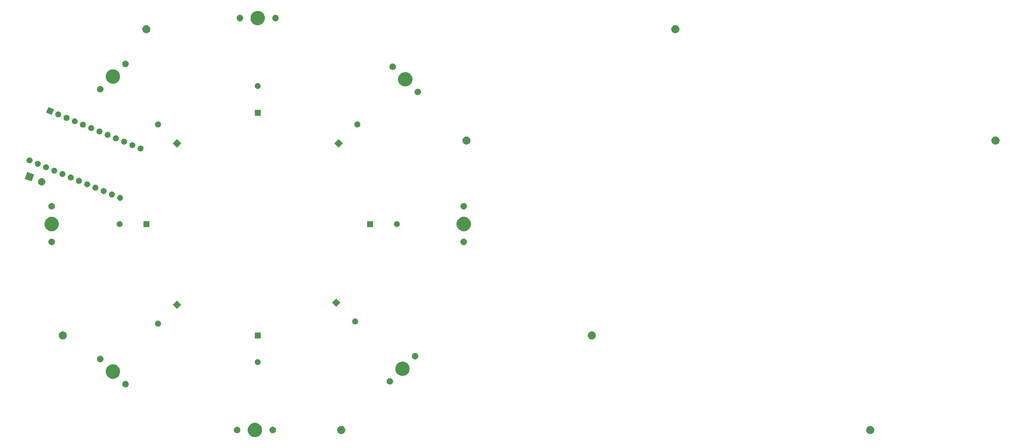
<source format=gbr>
G04 #@! TF.GenerationSoftware,KiCad,Pcbnew,(5.1.5)-3*
G04 #@! TF.CreationDate,2020-04-05T11:07:58-04:00*
G04 #@! TF.ProjectId,OctoPad,4f63746f-5061-4642-9e6b-696361645f70,rev?*
G04 #@! TF.SameCoordinates,Original*
G04 #@! TF.FileFunction,Soldermask,Top*
G04 #@! TF.FilePolarity,Negative*
%FSLAX46Y46*%
G04 Gerber Fmt 4.6, Leading zero omitted, Abs format (unit mm)*
G04 Created by KiCad (PCBNEW (5.1.5)-3) date 2020-04-05 11:07:58*
%MOMM*%
%LPD*%
G04 APERTURE LIST*
%ADD10C,0.100000*%
G04 APERTURE END LIST*
D10*
G36*
X159346474Y-171071184D02*
G01*
X159564474Y-171161483D01*
X159718623Y-171225333D01*
X160053548Y-171449123D01*
X160338377Y-171733952D01*
X160562167Y-172068877D01*
X160594562Y-172147086D01*
X160716316Y-172441026D01*
X160794900Y-172836094D01*
X160794900Y-173238906D01*
X160716316Y-173633974D01*
X160665451Y-173756772D01*
X160562167Y-174006123D01*
X160338377Y-174341048D01*
X160053548Y-174625877D01*
X159718623Y-174849667D01*
X159564474Y-174913517D01*
X159346474Y-175003816D01*
X158951406Y-175082400D01*
X158548594Y-175082400D01*
X158153526Y-175003816D01*
X157935526Y-174913517D01*
X157781377Y-174849667D01*
X157446452Y-174625877D01*
X157161623Y-174341048D01*
X156937833Y-174006123D01*
X156834549Y-173756772D01*
X156783684Y-173633974D01*
X156705100Y-173238906D01*
X156705100Y-172836094D01*
X156783684Y-172441026D01*
X156905438Y-172147086D01*
X156937833Y-172068877D01*
X157161623Y-171733952D01*
X157446452Y-171449123D01*
X157781377Y-171225333D01*
X157935526Y-171161483D01*
X158153526Y-171071184D01*
X158548594Y-170992600D01*
X158951406Y-170992600D01*
X159346474Y-171071184D01*
G37*
G36*
X334393299Y-171908616D02*
G01*
X334504484Y-171930732D01*
X334713953Y-172017497D01*
X334902470Y-172143460D01*
X335062790Y-172303780D01*
X335188753Y-172492297D01*
X335275518Y-172701766D01*
X335319750Y-172924136D01*
X335319750Y-173150864D01*
X335275518Y-173373234D01*
X335188753Y-173582703D01*
X335062790Y-173771220D01*
X334902470Y-173931540D01*
X334713953Y-174057503D01*
X334504484Y-174144268D01*
X334393299Y-174166384D01*
X334282115Y-174188500D01*
X334055385Y-174188500D01*
X333944201Y-174166384D01*
X333833016Y-174144268D01*
X333623547Y-174057503D01*
X333435030Y-173931540D01*
X333274710Y-173771220D01*
X333148747Y-173582703D01*
X333061982Y-173373234D01*
X333017750Y-173150864D01*
X333017750Y-172924136D01*
X333061982Y-172701766D01*
X333148747Y-172492297D01*
X333274710Y-172303780D01*
X333435030Y-172143460D01*
X333623547Y-172017497D01*
X333833016Y-171930732D01*
X333944201Y-171908616D01*
X334055385Y-171886500D01*
X334282115Y-171886500D01*
X334393299Y-171908616D01*
G37*
G36*
X183580799Y-171908616D02*
G01*
X183691984Y-171930732D01*
X183901453Y-172017497D01*
X184089970Y-172143460D01*
X184250290Y-172303780D01*
X184376253Y-172492297D01*
X184463018Y-172701766D01*
X184507250Y-172924136D01*
X184507250Y-173150864D01*
X184463018Y-173373234D01*
X184376253Y-173582703D01*
X184250290Y-173771220D01*
X184089970Y-173931540D01*
X183901453Y-174057503D01*
X183691984Y-174144268D01*
X183580799Y-174166384D01*
X183469615Y-174188500D01*
X183242885Y-174188500D01*
X183131701Y-174166384D01*
X183020516Y-174144268D01*
X182811047Y-174057503D01*
X182622530Y-173931540D01*
X182462210Y-173771220D01*
X182336247Y-173582703D01*
X182249482Y-173373234D01*
X182205250Y-173150864D01*
X182205250Y-172924136D01*
X182249482Y-172701766D01*
X182336247Y-172492297D01*
X182462210Y-172303780D01*
X182622530Y-172143460D01*
X182811047Y-172017497D01*
X183020516Y-171930732D01*
X183131701Y-171908616D01*
X183242885Y-171886500D01*
X183469615Y-171886500D01*
X183580799Y-171908616D01*
G37*
G36*
X153940104Y-172147085D02*
G01*
X154108626Y-172216889D01*
X154260291Y-172318228D01*
X154389272Y-172447209D01*
X154490611Y-172598874D01*
X154560415Y-172767396D01*
X154596000Y-172946297D01*
X154596000Y-173128703D01*
X154560415Y-173307604D01*
X154490611Y-173476126D01*
X154389272Y-173627791D01*
X154260291Y-173756772D01*
X154108626Y-173858111D01*
X153940104Y-173927915D01*
X153761203Y-173963500D01*
X153578797Y-173963500D01*
X153399896Y-173927915D01*
X153231374Y-173858111D01*
X153079709Y-173756772D01*
X152950728Y-173627791D01*
X152849389Y-173476126D01*
X152779585Y-173307604D01*
X152744000Y-173128703D01*
X152744000Y-172946297D01*
X152779585Y-172767396D01*
X152849389Y-172598874D01*
X152950728Y-172447209D01*
X153079709Y-172318228D01*
X153231374Y-172216889D01*
X153399896Y-172147085D01*
X153578797Y-172111500D01*
X153761203Y-172111500D01*
X153940104Y-172147085D01*
G37*
G36*
X164100104Y-172147085D02*
G01*
X164268626Y-172216889D01*
X164420291Y-172318228D01*
X164549272Y-172447209D01*
X164650611Y-172598874D01*
X164720415Y-172767396D01*
X164756000Y-172946297D01*
X164756000Y-173128703D01*
X164720415Y-173307604D01*
X164650611Y-173476126D01*
X164549272Y-173627791D01*
X164420291Y-173756772D01*
X164268626Y-173858111D01*
X164100104Y-173927915D01*
X163921203Y-173963500D01*
X163738797Y-173963500D01*
X163559896Y-173927915D01*
X163391374Y-173858111D01*
X163239709Y-173756772D01*
X163110728Y-173627791D01*
X163009389Y-173476126D01*
X162939585Y-173307604D01*
X162904000Y-173128703D01*
X162904000Y-172946297D01*
X162939585Y-172767396D01*
X163009389Y-172598874D01*
X163110728Y-172447209D01*
X163239709Y-172318228D01*
X163391374Y-172216889D01*
X163559896Y-172147085D01*
X163738797Y-172111500D01*
X163921203Y-172111500D01*
X164100104Y-172147085D01*
G37*
G36*
X122130956Y-159070437D02*
G01*
X122299478Y-159140241D01*
X122451143Y-159241580D01*
X122580124Y-159370561D01*
X122681463Y-159522226D01*
X122751267Y-159690748D01*
X122786852Y-159869649D01*
X122786852Y-160052055D01*
X122751267Y-160230956D01*
X122681463Y-160399478D01*
X122580124Y-160551143D01*
X122451143Y-160680124D01*
X122299478Y-160781463D01*
X122130956Y-160851267D01*
X121952055Y-160886852D01*
X121769649Y-160886852D01*
X121590748Y-160851267D01*
X121422226Y-160781463D01*
X121270561Y-160680124D01*
X121141580Y-160551143D01*
X121040241Y-160399478D01*
X120970437Y-160230956D01*
X120934852Y-160052055D01*
X120934852Y-159869649D01*
X120970437Y-159690748D01*
X121040241Y-159522226D01*
X121141580Y-159370561D01*
X121270561Y-159241580D01*
X121422226Y-159140241D01*
X121590748Y-159070437D01*
X121769649Y-159034852D01*
X121952055Y-159034852D01*
X122130956Y-159070437D01*
G37*
G36*
X197496752Y-158276687D02*
G01*
X197665274Y-158346491D01*
X197816939Y-158447830D01*
X197945920Y-158576811D01*
X198047259Y-158728476D01*
X198117063Y-158896998D01*
X198152648Y-159075899D01*
X198152648Y-159258305D01*
X198117063Y-159437206D01*
X198047259Y-159605728D01*
X197945920Y-159757393D01*
X197816939Y-159886374D01*
X197665274Y-159987713D01*
X197496752Y-160057517D01*
X197317851Y-160093102D01*
X197135445Y-160093102D01*
X196956544Y-160057517D01*
X196788022Y-159987713D01*
X196636357Y-159886374D01*
X196507376Y-159757393D01*
X196406037Y-159605728D01*
X196336233Y-159437206D01*
X196300648Y-159258305D01*
X196300648Y-159075899D01*
X196336233Y-158896998D01*
X196406037Y-158728476D01*
X196507376Y-158576811D01*
X196636357Y-158447830D01*
X196788022Y-158346491D01*
X196956544Y-158276687D01*
X197135445Y-158241102D01*
X197317851Y-158241102D01*
X197496752Y-158276687D01*
G37*
G36*
X118865224Y-154402434D02*
G01*
X119072510Y-154488295D01*
X119237373Y-154556583D01*
X119572298Y-154780373D01*
X119857127Y-155065202D01*
X120080917Y-155400127D01*
X120080917Y-155400128D01*
X120235066Y-155772276D01*
X120313650Y-156167344D01*
X120313650Y-156570156D01*
X120235066Y-156965224D01*
X120152988Y-157163377D01*
X120080917Y-157337373D01*
X119857127Y-157672298D01*
X119572298Y-157957127D01*
X119237373Y-158180917D01*
X119092073Y-158241102D01*
X118865224Y-158335066D01*
X118470156Y-158413650D01*
X118067344Y-158413650D01*
X117672276Y-158335066D01*
X117445427Y-158241102D01*
X117300127Y-158180917D01*
X116965202Y-157957127D01*
X116680373Y-157672298D01*
X116456583Y-157337373D01*
X116384512Y-157163377D01*
X116302434Y-156965224D01*
X116223850Y-156570156D01*
X116223850Y-156167344D01*
X116302434Y-155772276D01*
X116456583Y-155400128D01*
X116456583Y-155400127D01*
X116680373Y-155065202D01*
X116965202Y-154780373D01*
X117300127Y-154556583D01*
X117464990Y-154488295D01*
X117672276Y-154402434D01*
X118067344Y-154323850D01*
X118470156Y-154323850D01*
X118865224Y-154402434D01*
G37*
G36*
X201415224Y-153608684D02*
G01*
X201556163Y-153667063D01*
X201787373Y-153762833D01*
X202122298Y-153986623D01*
X202407127Y-154271452D01*
X202630917Y-154606377D01*
X202630917Y-154606378D01*
X202785066Y-154978526D01*
X202863650Y-155373594D01*
X202863650Y-155776406D01*
X202785066Y-156171474D01*
X202694767Y-156389474D01*
X202630917Y-156543623D01*
X202407127Y-156878548D01*
X202122298Y-157163377D01*
X201787373Y-157387167D01*
X201633224Y-157451017D01*
X201415224Y-157541316D01*
X201020156Y-157619900D01*
X200617344Y-157619900D01*
X200222276Y-157541316D01*
X200004276Y-157451017D01*
X199850127Y-157387167D01*
X199515202Y-157163377D01*
X199230373Y-156878548D01*
X199006583Y-156543623D01*
X198942733Y-156389474D01*
X198852434Y-156171474D01*
X198773850Y-155776406D01*
X198773850Y-155373594D01*
X198852434Y-154978526D01*
X199006583Y-154606378D01*
X199006583Y-154606377D01*
X199230373Y-154271452D01*
X199515202Y-153986623D01*
X199850127Y-153762833D01*
X200081337Y-153667063D01*
X200222276Y-153608684D01*
X200617344Y-153530100D01*
X201020156Y-153530100D01*
X201415224Y-153608684D01*
G37*
G36*
X159791978Y-152851703D02*
G01*
X159946850Y-152915853D01*
X160086231Y-153008985D01*
X160204765Y-153127519D01*
X160297897Y-153266900D01*
X160362047Y-153421772D01*
X160394750Y-153586184D01*
X160394750Y-153753816D01*
X160362047Y-153918228D01*
X160297897Y-154073100D01*
X160204765Y-154212481D01*
X160086231Y-154331015D01*
X159946850Y-154424147D01*
X159791978Y-154488297D01*
X159627566Y-154521000D01*
X159459934Y-154521000D01*
X159295522Y-154488297D01*
X159140650Y-154424147D01*
X159001269Y-154331015D01*
X158882735Y-154212481D01*
X158789603Y-154073100D01*
X158725453Y-153918228D01*
X158692750Y-153753816D01*
X158692750Y-153586184D01*
X158725453Y-153421772D01*
X158789603Y-153266900D01*
X158882735Y-153127519D01*
X159001269Y-153008985D01*
X159140650Y-152915853D01*
X159295522Y-152851703D01*
X159459934Y-152819000D01*
X159627566Y-152819000D01*
X159791978Y-152851703D01*
G37*
G36*
X114946752Y-151886233D02*
G01*
X115115274Y-151956037D01*
X115266939Y-152057376D01*
X115395920Y-152186357D01*
X115497259Y-152338022D01*
X115567063Y-152506544D01*
X115602648Y-152685445D01*
X115602648Y-152867851D01*
X115567063Y-153046752D01*
X115497259Y-153215274D01*
X115395920Y-153366939D01*
X115266939Y-153495920D01*
X115115274Y-153597259D01*
X114946752Y-153667063D01*
X114767851Y-153702648D01*
X114585445Y-153702648D01*
X114406544Y-153667063D01*
X114238022Y-153597259D01*
X114086357Y-153495920D01*
X113957376Y-153366939D01*
X113856037Y-153215274D01*
X113786233Y-153046752D01*
X113750648Y-152867851D01*
X113750648Y-152685445D01*
X113786233Y-152506544D01*
X113856037Y-152338022D01*
X113957376Y-152186357D01*
X114086357Y-152057376D01*
X114238022Y-151956037D01*
X114406544Y-151886233D01*
X114585445Y-151850648D01*
X114767851Y-151850648D01*
X114946752Y-151886233D01*
G37*
G36*
X204680956Y-151092483D02*
G01*
X204849478Y-151162287D01*
X205001143Y-151263626D01*
X205130124Y-151392607D01*
X205231463Y-151544272D01*
X205301267Y-151712794D01*
X205336852Y-151891695D01*
X205336852Y-152074101D01*
X205301267Y-152253002D01*
X205231463Y-152421524D01*
X205130124Y-152573189D01*
X205001143Y-152702170D01*
X204849478Y-152803509D01*
X204680956Y-152873313D01*
X204502055Y-152908898D01*
X204319649Y-152908898D01*
X204140748Y-152873313D01*
X203972226Y-152803509D01*
X203820561Y-152702170D01*
X203691580Y-152573189D01*
X203590241Y-152421524D01*
X203520437Y-152253002D01*
X203484852Y-152074101D01*
X203484852Y-151891695D01*
X203520437Y-151712794D01*
X203590241Y-151544272D01*
X203691580Y-151392607D01*
X203820561Y-151263626D01*
X203972226Y-151162287D01*
X204140748Y-151092483D01*
X204319649Y-151056898D01*
X204502055Y-151056898D01*
X204680956Y-151092483D01*
G37*
G36*
X104205799Y-144921116D02*
G01*
X104316984Y-144943232D01*
X104526453Y-145029997D01*
X104714970Y-145155960D01*
X104875290Y-145316280D01*
X105001253Y-145504797D01*
X105088018Y-145714266D01*
X105132250Y-145936636D01*
X105132250Y-146163364D01*
X105088018Y-146385734D01*
X105001253Y-146595203D01*
X104875290Y-146783720D01*
X104714970Y-146944040D01*
X104526453Y-147070003D01*
X104316984Y-147156768D01*
X104205799Y-147178884D01*
X104094615Y-147201000D01*
X103867885Y-147201000D01*
X103756701Y-147178884D01*
X103645516Y-147156768D01*
X103436047Y-147070003D01*
X103247530Y-146944040D01*
X103087210Y-146783720D01*
X102961247Y-146595203D01*
X102874482Y-146385734D01*
X102830250Y-146163364D01*
X102830250Y-145936636D01*
X102874482Y-145714266D01*
X102961247Y-145504797D01*
X103087210Y-145316280D01*
X103247530Y-145155960D01*
X103436047Y-145029997D01*
X103645516Y-144943232D01*
X103756701Y-144921116D01*
X103867885Y-144899000D01*
X104094615Y-144899000D01*
X104205799Y-144921116D01*
G37*
G36*
X255018299Y-144921116D02*
G01*
X255129484Y-144943232D01*
X255338953Y-145029997D01*
X255527470Y-145155960D01*
X255687790Y-145316280D01*
X255813753Y-145504797D01*
X255900518Y-145714266D01*
X255944750Y-145936636D01*
X255944750Y-146163364D01*
X255900518Y-146385734D01*
X255813753Y-146595203D01*
X255687790Y-146783720D01*
X255527470Y-146944040D01*
X255338953Y-147070003D01*
X255129484Y-147156768D01*
X255018299Y-147178884D01*
X254907115Y-147201000D01*
X254680385Y-147201000D01*
X254569201Y-147178884D01*
X254458016Y-147156768D01*
X254248547Y-147070003D01*
X254060030Y-146944040D01*
X253899710Y-146783720D01*
X253773747Y-146595203D01*
X253686982Y-146385734D01*
X253642750Y-146163364D01*
X253642750Y-145936636D01*
X253686982Y-145714266D01*
X253773747Y-145504797D01*
X253899710Y-145316280D01*
X254060030Y-145155960D01*
X254248547Y-145029997D01*
X254458016Y-144943232D01*
X254569201Y-144921116D01*
X254680385Y-144899000D01*
X254907115Y-144899000D01*
X255018299Y-144921116D01*
G37*
G36*
X160394750Y-146901000D02*
G01*
X158692750Y-146901000D01*
X158692750Y-145199000D01*
X160394750Y-145199000D01*
X160394750Y-146901000D01*
G37*
G36*
X131385074Y-141888607D02*
G01*
X131539946Y-141952757D01*
X131679327Y-142045889D01*
X131797861Y-142164423D01*
X131890993Y-142303804D01*
X131955143Y-142458676D01*
X131987846Y-142623088D01*
X131987846Y-142790720D01*
X131955143Y-142955132D01*
X131890993Y-143110004D01*
X131797861Y-143249385D01*
X131679327Y-143367919D01*
X131539946Y-143461051D01*
X131385074Y-143525201D01*
X131220662Y-143557904D01*
X131053030Y-143557904D01*
X130888618Y-143525201D01*
X130733746Y-143461051D01*
X130594365Y-143367919D01*
X130475831Y-143249385D01*
X130382699Y-143110004D01*
X130318549Y-142955132D01*
X130285846Y-142790720D01*
X130285846Y-142623088D01*
X130318549Y-142458676D01*
X130382699Y-142303804D01*
X130475831Y-142164423D01*
X130594365Y-142045889D01*
X130733746Y-141952757D01*
X130888618Y-141888607D01*
X131053030Y-141855904D01*
X131220662Y-141855904D01*
X131385074Y-141888607D01*
G37*
G36*
X187573228Y-141262953D02*
G01*
X187728100Y-141327103D01*
X187867481Y-141420235D01*
X187986015Y-141538769D01*
X188079147Y-141678150D01*
X188143297Y-141833022D01*
X188176000Y-141997434D01*
X188176000Y-142165066D01*
X188143297Y-142329478D01*
X188079147Y-142484350D01*
X187986015Y-142623731D01*
X187867481Y-142742265D01*
X187728100Y-142835397D01*
X187573228Y-142899547D01*
X187408816Y-142932250D01*
X187241184Y-142932250D01*
X187076772Y-142899547D01*
X186921900Y-142835397D01*
X186782519Y-142742265D01*
X186663985Y-142623731D01*
X186570853Y-142484350D01*
X186506703Y-142329478D01*
X186474000Y-142165066D01*
X186474000Y-141997434D01*
X186506703Y-141833022D01*
X186570853Y-141678150D01*
X186663985Y-141538769D01*
X186782519Y-141420235D01*
X186921900Y-141327103D01*
X187076772Y-141262953D01*
X187241184Y-141230250D01*
X187408816Y-141230250D01*
X187573228Y-141262953D01*
G37*
G36*
X137728496Y-137318750D02*
G01*
X136525000Y-138522246D01*
X135321504Y-137318750D01*
X136525000Y-136115254D01*
X137728496Y-137318750D01*
G37*
G36*
X183140342Y-136693096D02*
G01*
X181936846Y-137896592D01*
X180733350Y-136693096D01*
X181936846Y-135489600D01*
X183140342Y-136693096D01*
G37*
G36*
X101076354Y-118489585D02*
G01*
X101244876Y-118559389D01*
X101396541Y-118660728D01*
X101525522Y-118789709D01*
X101626861Y-118941374D01*
X101696665Y-119109896D01*
X101732250Y-119288797D01*
X101732250Y-119471203D01*
X101696665Y-119650104D01*
X101626861Y-119818626D01*
X101525522Y-119970291D01*
X101396541Y-120099272D01*
X101244876Y-120200611D01*
X101076354Y-120270415D01*
X100897453Y-120306000D01*
X100715047Y-120306000D01*
X100536146Y-120270415D01*
X100367624Y-120200611D01*
X100215959Y-120099272D01*
X100086978Y-119970291D01*
X99985639Y-119818626D01*
X99915835Y-119650104D01*
X99880250Y-119471203D01*
X99880250Y-119288797D01*
X99915835Y-119109896D01*
X99985639Y-118941374D01*
X100086978Y-118789709D01*
X100215959Y-118660728D01*
X100367624Y-118559389D01*
X100536146Y-118489585D01*
X100715047Y-118454000D01*
X100897453Y-118454000D01*
X101076354Y-118489585D01*
G37*
G36*
X218551354Y-118489585D02*
G01*
X218719876Y-118559389D01*
X218871541Y-118660728D01*
X219000522Y-118789709D01*
X219101861Y-118941374D01*
X219171665Y-119109896D01*
X219207250Y-119288797D01*
X219207250Y-119471203D01*
X219171665Y-119650104D01*
X219101861Y-119818626D01*
X219000522Y-119970291D01*
X218871541Y-120099272D01*
X218719876Y-120200611D01*
X218551354Y-120270415D01*
X218372453Y-120306000D01*
X218190047Y-120306000D01*
X218011146Y-120270415D01*
X217842624Y-120200611D01*
X217690959Y-120099272D01*
X217561978Y-119970291D01*
X217460639Y-119818626D01*
X217390835Y-119650104D01*
X217355250Y-119471203D01*
X217355250Y-119288797D01*
X217390835Y-119109896D01*
X217460639Y-118941374D01*
X217561978Y-118789709D01*
X217690959Y-118660728D01*
X217842624Y-118559389D01*
X218011146Y-118489585D01*
X218190047Y-118454000D01*
X218372453Y-118454000D01*
X218551354Y-118489585D01*
G37*
G36*
X218877724Y-112333684D02*
G01*
X219095724Y-112423983D01*
X219249873Y-112487833D01*
X219584798Y-112711623D01*
X219869627Y-112996452D01*
X220093417Y-113331377D01*
X220093417Y-113331378D01*
X220247566Y-113703526D01*
X220326150Y-114098594D01*
X220326150Y-114501406D01*
X220247566Y-114896474D01*
X220182255Y-115054148D01*
X220093417Y-115268623D01*
X219869627Y-115603548D01*
X219584798Y-115888377D01*
X219249873Y-116112167D01*
X219095724Y-116176017D01*
X218877724Y-116266316D01*
X218482656Y-116344900D01*
X218079844Y-116344900D01*
X217684776Y-116266316D01*
X217466776Y-116176017D01*
X217312627Y-116112167D01*
X216977702Y-115888377D01*
X216692873Y-115603548D01*
X216469083Y-115268623D01*
X216380245Y-115054148D01*
X216314934Y-114896474D01*
X216236350Y-114501406D01*
X216236350Y-114098594D01*
X216314934Y-113703526D01*
X216469083Y-113331378D01*
X216469083Y-113331377D01*
X216692873Y-112996452D01*
X216977702Y-112711623D01*
X217312627Y-112487833D01*
X217466776Y-112423983D01*
X217684776Y-112333684D01*
X218079844Y-112255100D01*
X218482656Y-112255100D01*
X218877724Y-112333684D01*
G37*
G36*
X101402724Y-112333684D02*
G01*
X101620724Y-112423983D01*
X101774873Y-112487833D01*
X102109798Y-112711623D01*
X102394627Y-112996452D01*
X102618417Y-113331377D01*
X102618417Y-113331378D01*
X102772566Y-113703526D01*
X102851150Y-114098594D01*
X102851150Y-114501406D01*
X102772566Y-114896474D01*
X102707255Y-115054148D01*
X102618417Y-115268623D01*
X102394627Y-115603548D01*
X102109798Y-115888377D01*
X101774873Y-116112167D01*
X101620724Y-116176017D01*
X101402724Y-116266316D01*
X101007656Y-116344900D01*
X100604844Y-116344900D01*
X100209776Y-116266316D01*
X99991776Y-116176017D01*
X99837627Y-116112167D01*
X99502702Y-115888377D01*
X99217873Y-115603548D01*
X98994083Y-115268623D01*
X98905245Y-115054148D01*
X98839934Y-114896474D01*
X98761350Y-114501406D01*
X98761350Y-114098594D01*
X98839934Y-113703526D01*
X98994083Y-113331378D01*
X98994083Y-113331377D01*
X99217873Y-112996452D01*
X99502702Y-112711623D01*
X99837627Y-112487833D01*
X99991776Y-112423983D01*
X100209776Y-112333684D01*
X100604844Y-112255100D01*
X101007656Y-112255100D01*
X101402724Y-112333684D01*
G37*
G36*
X199479478Y-113481703D02*
G01*
X199634350Y-113545853D01*
X199773731Y-113638985D01*
X199892265Y-113757519D01*
X199985397Y-113896900D01*
X200049547Y-114051772D01*
X200082250Y-114216184D01*
X200082250Y-114383816D01*
X200049547Y-114548228D01*
X199985397Y-114703100D01*
X199892265Y-114842481D01*
X199773731Y-114961015D01*
X199634350Y-115054147D01*
X199479478Y-115118297D01*
X199315066Y-115151000D01*
X199147434Y-115151000D01*
X198983022Y-115118297D01*
X198828150Y-115054147D01*
X198688769Y-114961015D01*
X198570235Y-114842481D01*
X198477103Y-114703100D01*
X198412953Y-114548228D01*
X198380250Y-114383816D01*
X198380250Y-114216184D01*
X198412953Y-114051772D01*
X198477103Y-113896900D01*
X198570235Y-113757519D01*
X198688769Y-113638985D01*
X198828150Y-113545853D01*
X198983022Y-113481703D01*
X199147434Y-113449000D01*
X199315066Y-113449000D01*
X199479478Y-113481703D01*
G37*
G36*
X192462250Y-115151000D02*
G01*
X190760250Y-115151000D01*
X190760250Y-113449000D01*
X192462250Y-113449000D01*
X192462250Y-115151000D01*
G37*
G36*
X120421978Y-113481703D02*
G01*
X120576850Y-113545853D01*
X120716231Y-113638985D01*
X120834765Y-113757519D01*
X120927897Y-113896900D01*
X120992047Y-114051772D01*
X121024750Y-114216184D01*
X121024750Y-114383816D01*
X120992047Y-114548228D01*
X120927897Y-114703100D01*
X120834765Y-114842481D01*
X120716231Y-114961015D01*
X120576850Y-115054147D01*
X120421978Y-115118297D01*
X120257566Y-115151000D01*
X120089934Y-115151000D01*
X119925522Y-115118297D01*
X119770650Y-115054147D01*
X119631269Y-114961015D01*
X119512735Y-114842481D01*
X119419603Y-114703100D01*
X119355453Y-114548228D01*
X119322750Y-114383816D01*
X119322750Y-114216184D01*
X119355453Y-114051772D01*
X119419603Y-113896900D01*
X119512735Y-113757519D01*
X119631269Y-113638985D01*
X119770650Y-113545853D01*
X119925522Y-113481703D01*
X120089934Y-113449000D01*
X120257566Y-113449000D01*
X120421978Y-113481703D01*
G37*
G36*
X128644750Y-115151000D02*
G01*
X126942750Y-115151000D01*
X126942750Y-113449000D01*
X128644750Y-113449000D01*
X128644750Y-115151000D01*
G37*
G36*
X218551354Y-108329585D02*
G01*
X218719876Y-108399389D01*
X218871541Y-108500728D01*
X219000522Y-108629709D01*
X219101861Y-108781374D01*
X219171665Y-108949896D01*
X219207250Y-109128797D01*
X219207250Y-109311203D01*
X219171665Y-109490104D01*
X219101861Y-109658626D01*
X219000522Y-109810291D01*
X218871541Y-109939272D01*
X218719876Y-110040611D01*
X218551354Y-110110415D01*
X218372453Y-110146000D01*
X218190047Y-110146000D01*
X218011146Y-110110415D01*
X217842624Y-110040611D01*
X217690959Y-109939272D01*
X217561978Y-109810291D01*
X217460639Y-109658626D01*
X217390835Y-109490104D01*
X217355250Y-109311203D01*
X217355250Y-109128797D01*
X217390835Y-108949896D01*
X217460639Y-108781374D01*
X217561978Y-108629709D01*
X217690959Y-108500728D01*
X217842624Y-108399389D01*
X218011146Y-108329585D01*
X218190047Y-108294000D01*
X218372453Y-108294000D01*
X218551354Y-108329585D01*
G37*
G36*
X101076354Y-108329585D02*
G01*
X101244876Y-108399389D01*
X101396541Y-108500728D01*
X101525522Y-108629709D01*
X101626861Y-108781374D01*
X101696665Y-108949896D01*
X101732250Y-109128797D01*
X101732250Y-109311203D01*
X101696665Y-109490104D01*
X101626861Y-109658626D01*
X101525522Y-109810291D01*
X101396541Y-109939272D01*
X101244876Y-110040611D01*
X101076354Y-110110415D01*
X100897453Y-110146000D01*
X100715047Y-110146000D01*
X100536146Y-110110415D01*
X100367624Y-110040611D01*
X100215959Y-109939272D01*
X100086978Y-109810291D01*
X99985639Y-109658626D01*
X99915835Y-109490104D01*
X99880250Y-109311203D01*
X99880250Y-109128797D01*
X99915835Y-108949896D01*
X99985639Y-108781374D01*
X100086978Y-108629709D01*
X100215959Y-108500728D01*
X100367624Y-108399389D01*
X100536146Y-108329585D01*
X100715047Y-108294000D01*
X100897453Y-108294000D01*
X101076354Y-108329585D01*
G37*
G36*
X120570027Y-106024003D02*
G01*
X120724899Y-106088153D01*
X120864280Y-106181285D01*
X120982814Y-106299819D01*
X121075946Y-106439200D01*
X121140096Y-106594072D01*
X121172799Y-106758484D01*
X121172799Y-106926116D01*
X121140096Y-107090528D01*
X121075946Y-107245400D01*
X120982814Y-107384781D01*
X120864280Y-107503315D01*
X120724899Y-107596447D01*
X120570027Y-107660597D01*
X120405615Y-107693300D01*
X120237983Y-107693300D01*
X120073571Y-107660597D01*
X119918699Y-107596447D01*
X119779318Y-107503315D01*
X119660784Y-107384781D01*
X119567652Y-107245400D01*
X119503502Y-107090528D01*
X119470799Y-106926116D01*
X119470799Y-106758484D01*
X119503502Y-106594072D01*
X119567652Y-106439200D01*
X119660784Y-106299819D01*
X119779318Y-106181285D01*
X119918699Y-106088153D01*
X120073571Y-106024003D01*
X120237983Y-105991300D01*
X120405615Y-105991300D01*
X120570027Y-106024003D01*
G37*
G36*
X118223373Y-105051987D02*
G01*
X118378245Y-105116137D01*
X118517626Y-105209269D01*
X118636160Y-105327803D01*
X118729292Y-105467184D01*
X118793442Y-105622056D01*
X118826145Y-105786468D01*
X118826145Y-105954100D01*
X118793442Y-106118512D01*
X118729292Y-106273384D01*
X118636160Y-106412765D01*
X118517626Y-106531299D01*
X118378245Y-106624431D01*
X118223373Y-106688581D01*
X118058961Y-106721284D01*
X117891329Y-106721284D01*
X117726917Y-106688581D01*
X117572045Y-106624431D01*
X117432664Y-106531299D01*
X117314130Y-106412765D01*
X117220998Y-106273384D01*
X117156848Y-106118512D01*
X117124145Y-105954100D01*
X117124145Y-105786468D01*
X117156848Y-105622056D01*
X117220998Y-105467184D01*
X117314130Y-105327803D01*
X117432664Y-105209269D01*
X117572045Y-105116137D01*
X117726917Y-105051987D01*
X117891329Y-105019284D01*
X118058961Y-105019284D01*
X118223373Y-105051987D01*
G37*
G36*
X115876719Y-104079971D02*
G01*
X116031591Y-104144121D01*
X116170972Y-104237253D01*
X116289506Y-104355787D01*
X116382638Y-104495168D01*
X116446788Y-104650040D01*
X116479491Y-104814452D01*
X116479491Y-104982084D01*
X116446788Y-105146496D01*
X116382638Y-105301368D01*
X116289506Y-105440749D01*
X116170972Y-105559283D01*
X116031591Y-105652415D01*
X115876719Y-105716565D01*
X115712307Y-105749268D01*
X115544675Y-105749268D01*
X115380263Y-105716565D01*
X115225391Y-105652415D01*
X115086010Y-105559283D01*
X114967476Y-105440749D01*
X114874344Y-105301368D01*
X114810194Y-105146496D01*
X114777491Y-104982084D01*
X114777491Y-104814452D01*
X114810194Y-104650040D01*
X114874344Y-104495168D01*
X114967476Y-104355787D01*
X115086010Y-104237253D01*
X115225391Y-104144121D01*
X115380263Y-104079971D01*
X115544675Y-104047268D01*
X115712307Y-104047268D01*
X115876719Y-104079971D01*
G37*
G36*
X113530065Y-103107955D02*
G01*
X113684937Y-103172105D01*
X113824318Y-103265237D01*
X113942852Y-103383771D01*
X114035984Y-103523152D01*
X114100134Y-103678024D01*
X114132837Y-103842436D01*
X114132837Y-104010068D01*
X114100134Y-104174480D01*
X114035984Y-104329352D01*
X113942852Y-104468733D01*
X113824318Y-104587267D01*
X113684937Y-104680399D01*
X113530065Y-104744549D01*
X113365653Y-104777252D01*
X113198021Y-104777252D01*
X113033609Y-104744549D01*
X112878737Y-104680399D01*
X112739356Y-104587267D01*
X112620822Y-104468733D01*
X112527690Y-104329352D01*
X112463540Y-104174480D01*
X112430837Y-104010068D01*
X112430837Y-103842436D01*
X112463540Y-103678024D01*
X112527690Y-103523152D01*
X112620822Y-103383771D01*
X112739356Y-103265237D01*
X112878737Y-103172105D01*
X113033609Y-103107955D01*
X113198021Y-103075252D01*
X113365653Y-103075252D01*
X113530065Y-103107955D01*
G37*
G36*
X111183411Y-102135939D02*
G01*
X111338283Y-102200089D01*
X111477664Y-102293221D01*
X111596198Y-102411755D01*
X111689330Y-102551136D01*
X111753480Y-102706008D01*
X111786183Y-102870420D01*
X111786183Y-103038052D01*
X111753480Y-103202464D01*
X111689330Y-103357336D01*
X111596198Y-103496717D01*
X111477664Y-103615251D01*
X111338283Y-103708383D01*
X111183411Y-103772533D01*
X111018999Y-103805236D01*
X110851367Y-103805236D01*
X110686955Y-103772533D01*
X110532083Y-103708383D01*
X110392702Y-103615251D01*
X110274168Y-103496717D01*
X110181036Y-103357336D01*
X110116886Y-103202464D01*
X110084183Y-103038052D01*
X110084183Y-102870420D01*
X110116886Y-102706008D01*
X110181036Y-102551136D01*
X110274168Y-102411755D01*
X110392702Y-102293221D01*
X110532083Y-102200089D01*
X110686955Y-102135939D01*
X110851367Y-102103236D01*
X111018999Y-102103236D01*
X111183411Y-102135939D01*
G37*
G36*
X98282647Y-101254153D02*
G01*
X98444524Y-101321205D01*
X98473825Y-101333342D01*
X98645879Y-101448305D01*
X98792200Y-101594626D01*
X98905607Y-101764351D01*
X98907164Y-101766682D01*
X98986352Y-101957858D01*
X99026721Y-102160808D01*
X99026721Y-102367740D01*
X98986352Y-102570690D01*
X98907164Y-102761866D01*
X98907163Y-102761868D01*
X98792200Y-102933922D01*
X98645879Y-103080243D01*
X98473825Y-103195206D01*
X98473824Y-103195207D01*
X98473823Y-103195207D01*
X98282647Y-103274395D01*
X98079697Y-103314764D01*
X97872765Y-103314764D01*
X97669815Y-103274395D01*
X97478639Y-103195207D01*
X97478638Y-103195207D01*
X97478637Y-103195206D01*
X97306583Y-103080243D01*
X97160262Y-102933922D01*
X97045299Y-102761868D01*
X97045298Y-102761866D01*
X96966110Y-102570690D01*
X96925741Y-102367740D01*
X96925741Y-102160808D01*
X96966110Y-101957858D01*
X97045298Y-101766682D01*
X97046856Y-101764351D01*
X97160262Y-101594626D01*
X97306583Y-101448305D01*
X97478637Y-101333342D01*
X97507938Y-101321205D01*
X97669815Y-101254153D01*
X97872765Y-101213784D01*
X98079697Y-101213784D01*
X98282647Y-101254153D01*
G37*
G36*
X108836757Y-101163923D02*
G01*
X108991629Y-101228073D01*
X109131010Y-101321205D01*
X109249544Y-101439739D01*
X109342676Y-101579120D01*
X109406826Y-101733992D01*
X109439529Y-101898404D01*
X109439529Y-102066036D01*
X109406826Y-102230448D01*
X109342676Y-102385320D01*
X109249544Y-102524701D01*
X109131010Y-102643235D01*
X108991629Y-102736367D01*
X108836757Y-102800517D01*
X108672345Y-102833220D01*
X108504713Y-102833220D01*
X108340301Y-102800517D01*
X108185429Y-102736367D01*
X108046048Y-102643235D01*
X107927514Y-102524701D01*
X107834382Y-102385320D01*
X107770232Y-102230448D01*
X107737529Y-102066036D01*
X107737529Y-101898404D01*
X107770232Y-101733992D01*
X107834382Y-101579120D01*
X107927514Y-101439739D01*
X108046048Y-101321205D01*
X108185429Y-101228073D01*
X108340301Y-101163923D01*
X108504713Y-101131220D01*
X108672345Y-101131220D01*
X108836757Y-101163923D01*
G37*
G36*
X95828781Y-100237729D02*
G01*
X95024771Y-102178781D01*
X93083719Y-101374771D01*
X93887729Y-99433719D01*
X95828781Y-100237729D01*
G37*
G36*
X106490103Y-100191907D02*
G01*
X106644975Y-100256057D01*
X106784356Y-100349189D01*
X106902890Y-100467723D01*
X106996022Y-100607104D01*
X107060172Y-100761976D01*
X107092875Y-100926388D01*
X107092875Y-101094020D01*
X107060172Y-101258432D01*
X106996022Y-101413304D01*
X106902890Y-101552685D01*
X106784356Y-101671219D01*
X106644975Y-101764351D01*
X106490103Y-101828501D01*
X106325691Y-101861204D01*
X106158059Y-101861204D01*
X105993647Y-101828501D01*
X105838775Y-101764351D01*
X105699394Y-101671219D01*
X105580860Y-101552685D01*
X105487728Y-101413304D01*
X105423578Y-101258432D01*
X105390875Y-101094020D01*
X105390875Y-100926388D01*
X105423578Y-100761976D01*
X105487728Y-100607104D01*
X105580860Y-100467723D01*
X105699394Y-100349189D01*
X105838775Y-100256057D01*
X105993647Y-100191907D01*
X106158059Y-100159204D01*
X106325691Y-100159204D01*
X106490103Y-100191907D01*
G37*
G36*
X104143449Y-99219891D02*
G01*
X104298321Y-99284041D01*
X104437702Y-99377173D01*
X104556236Y-99495707D01*
X104649368Y-99635088D01*
X104713518Y-99789960D01*
X104746221Y-99954372D01*
X104746221Y-100122004D01*
X104713518Y-100286416D01*
X104649368Y-100441288D01*
X104556236Y-100580669D01*
X104437702Y-100699203D01*
X104298321Y-100792335D01*
X104143449Y-100856485D01*
X103979037Y-100889188D01*
X103811405Y-100889188D01*
X103646993Y-100856485D01*
X103492121Y-100792335D01*
X103352740Y-100699203D01*
X103234206Y-100580669D01*
X103141074Y-100441288D01*
X103076924Y-100286416D01*
X103044221Y-100122004D01*
X103044221Y-99954372D01*
X103076924Y-99789960D01*
X103141074Y-99635088D01*
X103234206Y-99495707D01*
X103352740Y-99377173D01*
X103492121Y-99284041D01*
X103646993Y-99219891D01*
X103811405Y-99187188D01*
X103979037Y-99187188D01*
X104143449Y-99219891D01*
G37*
G36*
X101796795Y-98247875D02*
G01*
X101951667Y-98312025D01*
X102091048Y-98405157D01*
X102209582Y-98523691D01*
X102302714Y-98663072D01*
X102366864Y-98817944D01*
X102399567Y-98982356D01*
X102399567Y-99149988D01*
X102366864Y-99314400D01*
X102302714Y-99469272D01*
X102209582Y-99608653D01*
X102091048Y-99727187D01*
X101951667Y-99820319D01*
X101796795Y-99884469D01*
X101632383Y-99917172D01*
X101464751Y-99917172D01*
X101300339Y-99884469D01*
X101145467Y-99820319D01*
X101006086Y-99727187D01*
X100887552Y-99608653D01*
X100794420Y-99469272D01*
X100730270Y-99314400D01*
X100697567Y-99149988D01*
X100697567Y-98982356D01*
X100730270Y-98817944D01*
X100794420Y-98663072D01*
X100887552Y-98523691D01*
X101006086Y-98405157D01*
X101145467Y-98312025D01*
X101300339Y-98247875D01*
X101464751Y-98215172D01*
X101632383Y-98215172D01*
X101796795Y-98247875D01*
G37*
G36*
X99450141Y-97275859D02*
G01*
X99605013Y-97340009D01*
X99744394Y-97433141D01*
X99862928Y-97551675D01*
X99956060Y-97691056D01*
X100020210Y-97845928D01*
X100052913Y-98010340D01*
X100052913Y-98177972D01*
X100020210Y-98342384D01*
X99956060Y-98497256D01*
X99862928Y-98636637D01*
X99744394Y-98755171D01*
X99605013Y-98848303D01*
X99450141Y-98912453D01*
X99285729Y-98945156D01*
X99118097Y-98945156D01*
X98953685Y-98912453D01*
X98798813Y-98848303D01*
X98659432Y-98755171D01*
X98540898Y-98636637D01*
X98447766Y-98497256D01*
X98383616Y-98342384D01*
X98350913Y-98177972D01*
X98350913Y-98010340D01*
X98383616Y-97845928D01*
X98447766Y-97691056D01*
X98540898Y-97551675D01*
X98659432Y-97433141D01*
X98798813Y-97340009D01*
X98953685Y-97275859D01*
X99118097Y-97243156D01*
X99285729Y-97243156D01*
X99450141Y-97275859D01*
G37*
G36*
X97103487Y-96303843D02*
G01*
X97258359Y-96367993D01*
X97397740Y-96461125D01*
X97516274Y-96579659D01*
X97609406Y-96719040D01*
X97673556Y-96873912D01*
X97706259Y-97038324D01*
X97706259Y-97205956D01*
X97673556Y-97370368D01*
X97609406Y-97525240D01*
X97516274Y-97664621D01*
X97397740Y-97783155D01*
X97258359Y-97876287D01*
X97103487Y-97940437D01*
X96939075Y-97973140D01*
X96771443Y-97973140D01*
X96607031Y-97940437D01*
X96452159Y-97876287D01*
X96312778Y-97783155D01*
X96194244Y-97664621D01*
X96101112Y-97525240D01*
X96036962Y-97370368D01*
X96004259Y-97205956D01*
X96004259Y-97038324D01*
X96036962Y-96873912D01*
X96101112Y-96719040D01*
X96194244Y-96579659D01*
X96312778Y-96461125D01*
X96452159Y-96367993D01*
X96607031Y-96303843D01*
X96771443Y-96271140D01*
X96939075Y-96271140D01*
X97103487Y-96303843D01*
G37*
G36*
X94756833Y-95331827D02*
G01*
X94911705Y-95395977D01*
X95051086Y-95489109D01*
X95169620Y-95607643D01*
X95262752Y-95747024D01*
X95326902Y-95901896D01*
X95359605Y-96066308D01*
X95359605Y-96233940D01*
X95326902Y-96398352D01*
X95262752Y-96553224D01*
X95169620Y-96692605D01*
X95051086Y-96811139D01*
X94911705Y-96904271D01*
X94756833Y-96968421D01*
X94592421Y-97001124D01*
X94424789Y-97001124D01*
X94260377Y-96968421D01*
X94105505Y-96904271D01*
X93966124Y-96811139D01*
X93847590Y-96692605D01*
X93754458Y-96553224D01*
X93690308Y-96398352D01*
X93657605Y-96233940D01*
X93657605Y-96066308D01*
X93690308Y-95901896D01*
X93754458Y-95747024D01*
X93847590Y-95607643D01*
X93966124Y-95489109D01*
X94105505Y-95395977D01*
X94260377Y-95331827D01*
X94424789Y-95299124D01*
X94592421Y-95299124D01*
X94756833Y-95331827D01*
G37*
G36*
X126402123Y-91944079D02*
G01*
X126556995Y-92008229D01*
X126696376Y-92101361D01*
X126814910Y-92219895D01*
X126908042Y-92359276D01*
X126972192Y-92514148D01*
X127004895Y-92678560D01*
X127004895Y-92846192D01*
X126972192Y-93010604D01*
X126908042Y-93165476D01*
X126814910Y-93304857D01*
X126696376Y-93423391D01*
X126556995Y-93516523D01*
X126402123Y-93580673D01*
X126237711Y-93613376D01*
X126070079Y-93613376D01*
X125905667Y-93580673D01*
X125750795Y-93516523D01*
X125611414Y-93423391D01*
X125492880Y-93304857D01*
X125399748Y-93165476D01*
X125335598Y-93010604D01*
X125302895Y-92846192D01*
X125302895Y-92678560D01*
X125335598Y-92514148D01*
X125399748Y-92359276D01*
X125492880Y-92219895D01*
X125611414Y-92101361D01*
X125750795Y-92008229D01*
X125905667Y-91944079D01*
X126070079Y-91911376D01*
X126237711Y-91911376D01*
X126402123Y-91944079D01*
G37*
G36*
X124055469Y-90972063D02*
G01*
X124210341Y-91036213D01*
X124349722Y-91129345D01*
X124468256Y-91247879D01*
X124561388Y-91387260D01*
X124625538Y-91542132D01*
X124658241Y-91706544D01*
X124658241Y-91874176D01*
X124625538Y-92038588D01*
X124561388Y-92193460D01*
X124468256Y-92332841D01*
X124349722Y-92451375D01*
X124210341Y-92544507D01*
X124055469Y-92608657D01*
X123891057Y-92641360D01*
X123723425Y-92641360D01*
X123559013Y-92608657D01*
X123404141Y-92544507D01*
X123264760Y-92451375D01*
X123146226Y-92332841D01*
X123053094Y-92193460D01*
X122988944Y-92038588D01*
X122956241Y-91874176D01*
X122956241Y-91706544D01*
X122988944Y-91542132D01*
X123053094Y-91387260D01*
X123146226Y-91247879D01*
X123264760Y-91129345D01*
X123404141Y-91036213D01*
X123559013Y-90972063D01*
X123723425Y-90939360D01*
X123891057Y-90939360D01*
X124055469Y-90972063D01*
G37*
G36*
X183765996Y-91281250D02*
G01*
X182562500Y-92484746D01*
X181359004Y-91281250D01*
X182562500Y-90077754D01*
X183765996Y-91281250D01*
G37*
G36*
X137728496Y-91281250D02*
G01*
X136525000Y-92484746D01*
X135321504Y-91281250D01*
X136525000Y-90077754D01*
X137728496Y-91281250D01*
G37*
G36*
X121708815Y-90000047D02*
G01*
X121863687Y-90064197D01*
X122003068Y-90157329D01*
X122121602Y-90275863D01*
X122214734Y-90415244D01*
X122278884Y-90570116D01*
X122311587Y-90734528D01*
X122311587Y-90902160D01*
X122278884Y-91066572D01*
X122214734Y-91221444D01*
X122121602Y-91360825D01*
X122003068Y-91479359D01*
X121863687Y-91572491D01*
X121708815Y-91636641D01*
X121544403Y-91669344D01*
X121376771Y-91669344D01*
X121212359Y-91636641D01*
X121057487Y-91572491D01*
X120918106Y-91479359D01*
X120799572Y-91360825D01*
X120706440Y-91221444D01*
X120642290Y-91066572D01*
X120609587Y-90902160D01*
X120609587Y-90734528D01*
X120642290Y-90570116D01*
X120706440Y-90415244D01*
X120799572Y-90275863D01*
X120918106Y-90157329D01*
X121057487Y-90064197D01*
X121212359Y-90000047D01*
X121376771Y-89967344D01*
X121544403Y-89967344D01*
X121708815Y-90000047D01*
G37*
G36*
X370112049Y-89358616D02*
G01*
X370223234Y-89380732D01*
X370432703Y-89467497D01*
X370621220Y-89593460D01*
X370781540Y-89753780D01*
X370907503Y-89942297D01*
X370994268Y-90151766D01*
X371038500Y-90374136D01*
X371038500Y-90600864D01*
X370994268Y-90823234D01*
X370907503Y-91032703D01*
X370781540Y-91221220D01*
X370621220Y-91381540D01*
X370432703Y-91507503D01*
X370223234Y-91594268D01*
X370112049Y-91616384D01*
X370000865Y-91638500D01*
X369774135Y-91638500D01*
X369662951Y-91616384D01*
X369551766Y-91594268D01*
X369342297Y-91507503D01*
X369153780Y-91381540D01*
X368993460Y-91221220D01*
X368867497Y-91032703D01*
X368780732Y-90823234D01*
X368736500Y-90600864D01*
X368736500Y-90374136D01*
X368780732Y-90151766D01*
X368867497Y-89942297D01*
X368993460Y-89753780D01*
X369153780Y-89593460D01*
X369342297Y-89467497D01*
X369551766Y-89380732D01*
X369662951Y-89358616D01*
X369774135Y-89336500D01*
X370000865Y-89336500D01*
X370112049Y-89358616D01*
G37*
G36*
X219299549Y-89358616D02*
G01*
X219410734Y-89380732D01*
X219620203Y-89467497D01*
X219808720Y-89593460D01*
X219969040Y-89753780D01*
X220095003Y-89942297D01*
X220181768Y-90151766D01*
X220226000Y-90374136D01*
X220226000Y-90600864D01*
X220181768Y-90823234D01*
X220095003Y-91032703D01*
X219969040Y-91221220D01*
X219808720Y-91381540D01*
X219620203Y-91507503D01*
X219410734Y-91594268D01*
X219299549Y-91616384D01*
X219188365Y-91638500D01*
X218961635Y-91638500D01*
X218850451Y-91616384D01*
X218739266Y-91594268D01*
X218529797Y-91507503D01*
X218341280Y-91381540D01*
X218180960Y-91221220D01*
X218054997Y-91032703D01*
X217968232Y-90823234D01*
X217924000Y-90600864D01*
X217924000Y-90374136D01*
X217968232Y-90151766D01*
X218054997Y-89942297D01*
X218180960Y-89753780D01*
X218341280Y-89593460D01*
X218529797Y-89467497D01*
X218739266Y-89380732D01*
X218850451Y-89358616D01*
X218961635Y-89336500D01*
X219188365Y-89336500D01*
X219299549Y-89358616D01*
G37*
G36*
X119362161Y-89028031D02*
G01*
X119517033Y-89092181D01*
X119656414Y-89185313D01*
X119774948Y-89303847D01*
X119868080Y-89443228D01*
X119932230Y-89598100D01*
X119964933Y-89762512D01*
X119964933Y-89930144D01*
X119932230Y-90094556D01*
X119868080Y-90249428D01*
X119774948Y-90388809D01*
X119656414Y-90507343D01*
X119517033Y-90600475D01*
X119362161Y-90664625D01*
X119197749Y-90697328D01*
X119030117Y-90697328D01*
X118865705Y-90664625D01*
X118710833Y-90600475D01*
X118571452Y-90507343D01*
X118452918Y-90388809D01*
X118359786Y-90249428D01*
X118295636Y-90094556D01*
X118262933Y-89930144D01*
X118262933Y-89762512D01*
X118295636Y-89598100D01*
X118359786Y-89443228D01*
X118452918Y-89303847D01*
X118571452Y-89185313D01*
X118710833Y-89092181D01*
X118865705Y-89028031D01*
X119030117Y-88995328D01*
X119197749Y-88995328D01*
X119362161Y-89028031D01*
G37*
G36*
X117015507Y-88056015D02*
G01*
X117170379Y-88120165D01*
X117309760Y-88213297D01*
X117428294Y-88331831D01*
X117521426Y-88471212D01*
X117585576Y-88626084D01*
X117618279Y-88790496D01*
X117618279Y-88958128D01*
X117585576Y-89122540D01*
X117521426Y-89277412D01*
X117428294Y-89416793D01*
X117309760Y-89535327D01*
X117170379Y-89628459D01*
X117015507Y-89692609D01*
X116851095Y-89725312D01*
X116683463Y-89725312D01*
X116519051Y-89692609D01*
X116364179Y-89628459D01*
X116224798Y-89535327D01*
X116106264Y-89416793D01*
X116013132Y-89277412D01*
X115948982Y-89122540D01*
X115916279Y-88958128D01*
X115916279Y-88790496D01*
X115948982Y-88626084D01*
X116013132Y-88471212D01*
X116106264Y-88331831D01*
X116224798Y-88213297D01*
X116364179Y-88120165D01*
X116519051Y-88056015D01*
X116683463Y-88023312D01*
X116851095Y-88023312D01*
X117015507Y-88056015D01*
G37*
G36*
X114668853Y-87083999D02*
G01*
X114823725Y-87148149D01*
X114963106Y-87241281D01*
X115081640Y-87359815D01*
X115174772Y-87499196D01*
X115238922Y-87654068D01*
X115271625Y-87818480D01*
X115271625Y-87986112D01*
X115238922Y-88150524D01*
X115174772Y-88305396D01*
X115081640Y-88444777D01*
X114963106Y-88563311D01*
X114823725Y-88656443D01*
X114668853Y-88720593D01*
X114504441Y-88753296D01*
X114336809Y-88753296D01*
X114172397Y-88720593D01*
X114017525Y-88656443D01*
X113878144Y-88563311D01*
X113759610Y-88444777D01*
X113666478Y-88305396D01*
X113602328Y-88150524D01*
X113569625Y-87986112D01*
X113569625Y-87818480D01*
X113602328Y-87654068D01*
X113666478Y-87499196D01*
X113759610Y-87359815D01*
X113878144Y-87241281D01*
X114017525Y-87148149D01*
X114172397Y-87083999D01*
X114336809Y-87051296D01*
X114504441Y-87051296D01*
X114668853Y-87083999D01*
G37*
G36*
X112322199Y-86111983D02*
G01*
X112477071Y-86176133D01*
X112616452Y-86269265D01*
X112734986Y-86387799D01*
X112828118Y-86527180D01*
X112892268Y-86682052D01*
X112924971Y-86846464D01*
X112924971Y-87014096D01*
X112892268Y-87178508D01*
X112828118Y-87333380D01*
X112734986Y-87472761D01*
X112616452Y-87591295D01*
X112477071Y-87684427D01*
X112322199Y-87748577D01*
X112157787Y-87781280D01*
X111990155Y-87781280D01*
X111825743Y-87748577D01*
X111670871Y-87684427D01*
X111531490Y-87591295D01*
X111412956Y-87472761D01*
X111319824Y-87333380D01*
X111255674Y-87178508D01*
X111222971Y-87014096D01*
X111222971Y-86846464D01*
X111255674Y-86682052D01*
X111319824Y-86527180D01*
X111412956Y-86387799D01*
X111531490Y-86269265D01*
X111670871Y-86176133D01*
X111825743Y-86111983D01*
X111990155Y-86079280D01*
X112157787Y-86079280D01*
X112322199Y-86111983D01*
G37*
G36*
X109975545Y-85139967D02*
G01*
X110130417Y-85204117D01*
X110269798Y-85297249D01*
X110388332Y-85415783D01*
X110481464Y-85555164D01*
X110545614Y-85710036D01*
X110578317Y-85874448D01*
X110578317Y-86042080D01*
X110545614Y-86206492D01*
X110481464Y-86361364D01*
X110388332Y-86500745D01*
X110269798Y-86619279D01*
X110130417Y-86712411D01*
X109975545Y-86776561D01*
X109811133Y-86809264D01*
X109643501Y-86809264D01*
X109479089Y-86776561D01*
X109324217Y-86712411D01*
X109184836Y-86619279D01*
X109066302Y-86500745D01*
X108973170Y-86361364D01*
X108909020Y-86206492D01*
X108876317Y-86042080D01*
X108876317Y-85874448D01*
X108909020Y-85710036D01*
X108973170Y-85555164D01*
X109066302Y-85415783D01*
X109184836Y-85297249D01*
X109324217Y-85204117D01*
X109479089Y-85139967D01*
X109643501Y-85107264D01*
X109811133Y-85107264D01*
X109975545Y-85139967D01*
G37*
G36*
X188198882Y-85074799D02*
G01*
X188353754Y-85138949D01*
X188493135Y-85232081D01*
X188611669Y-85350615D01*
X188704801Y-85489996D01*
X188768951Y-85644868D01*
X188801654Y-85809280D01*
X188801654Y-85976912D01*
X188768951Y-86141324D01*
X188704801Y-86296196D01*
X188611669Y-86435577D01*
X188493135Y-86554111D01*
X188353754Y-86647243D01*
X188198882Y-86711393D01*
X188034470Y-86744096D01*
X187866838Y-86744096D01*
X187702426Y-86711393D01*
X187547554Y-86647243D01*
X187408173Y-86554111D01*
X187289639Y-86435577D01*
X187196507Y-86296196D01*
X187132357Y-86141324D01*
X187099654Y-85976912D01*
X187099654Y-85809280D01*
X187132357Y-85644868D01*
X187196507Y-85489996D01*
X187289639Y-85350615D01*
X187408173Y-85232081D01*
X187547554Y-85138949D01*
X187702426Y-85074799D01*
X187866838Y-85042096D01*
X188034470Y-85042096D01*
X188198882Y-85074799D01*
G37*
G36*
X131385074Y-85074799D02*
G01*
X131539946Y-85138949D01*
X131679327Y-85232081D01*
X131797861Y-85350615D01*
X131890993Y-85489996D01*
X131955143Y-85644868D01*
X131987846Y-85809280D01*
X131987846Y-85976912D01*
X131955143Y-86141324D01*
X131890993Y-86296196D01*
X131797861Y-86435577D01*
X131679327Y-86554111D01*
X131539946Y-86647243D01*
X131385074Y-86711393D01*
X131220662Y-86744096D01*
X131053030Y-86744096D01*
X130888618Y-86711393D01*
X130733746Y-86647243D01*
X130594365Y-86554111D01*
X130475831Y-86435577D01*
X130382699Y-86296196D01*
X130318549Y-86141324D01*
X130285846Y-85976912D01*
X130285846Y-85809280D01*
X130318549Y-85644868D01*
X130382699Y-85489996D01*
X130475831Y-85350615D01*
X130594365Y-85232081D01*
X130733746Y-85138949D01*
X130888618Y-85074799D01*
X131053030Y-85042096D01*
X131220662Y-85042096D01*
X131385074Y-85074799D01*
G37*
G36*
X107628891Y-84167951D02*
G01*
X107783763Y-84232101D01*
X107923144Y-84325233D01*
X108041678Y-84443767D01*
X108134810Y-84583148D01*
X108198960Y-84738020D01*
X108231663Y-84902432D01*
X108231663Y-85070064D01*
X108198960Y-85234476D01*
X108134810Y-85389348D01*
X108041678Y-85528729D01*
X107923144Y-85647263D01*
X107783763Y-85740395D01*
X107628891Y-85804545D01*
X107464479Y-85837248D01*
X107296847Y-85837248D01*
X107132435Y-85804545D01*
X106977563Y-85740395D01*
X106838182Y-85647263D01*
X106719648Y-85528729D01*
X106626516Y-85389348D01*
X106562366Y-85234476D01*
X106529663Y-85070064D01*
X106529663Y-84902432D01*
X106562366Y-84738020D01*
X106626516Y-84583148D01*
X106719648Y-84443767D01*
X106838182Y-84325233D01*
X106977563Y-84232101D01*
X107132435Y-84167951D01*
X107296847Y-84135248D01*
X107464479Y-84135248D01*
X107628891Y-84167951D01*
G37*
G36*
X105282237Y-83195935D02*
G01*
X105437109Y-83260085D01*
X105576490Y-83353217D01*
X105695024Y-83471751D01*
X105788156Y-83611132D01*
X105852306Y-83766004D01*
X105885009Y-83930416D01*
X105885009Y-84098048D01*
X105852306Y-84262460D01*
X105788156Y-84417332D01*
X105695024Y-84556713D01*
X105576490Y-84675247D01*
X105437109Y-84768379D01*
X105282237Y-84832529D01*
X105117825Y-84865232D01*
X104950193Y-84865232D01*
X104785781Y-84832529D01*
X104630909Y-84768379D01*
X104491528Y-84675247D01*
X104372994Y-84556713D01*
X104279862Y-84417332D01*
X104215712Y-84262460D01*
X104183009Y-84098048D01*
X104183009Y-83930416D01*
X104215712Y-83766004D01*
X104279862Y-83611132D01*
X104372994Y-83471751D01*
X104491528Y-83353217D01*
X104630909Y-83260085D01*
X104785781Y-83195935D01*
X104950193Y-83163232D01*
X105117825Y-83163232D01*
X105282237Y-83195935D01*
G37*
G36*
X102935583Y-82223919D02*
G01*
X103090455Y-82288069D01*
X103229836Y-82381201D01*
X103348370Y-82499735D01*
X103441502Y-82639116D01*
X103505652Y-82793988D01*
X103538355Y-82958400D01*
X103538355Y-83126032D01*
X103505652Y-83290444D01*
X103441502Y-83445316D01*
X103348370Y-83584697D01*
X103229836Y-83703231D01*
X103090455Y-83796363D01*
X102935583Y-83860513D01*
X102771171Y-83893216D01*
X102603539Y-83893216D01*
X102439127Y-83860513D01*
X102284255Y-83796363D01*
X102144874Y-83703231D01*
X102026340Y-83584697D01*
X101933208Y-83445316D01*
X101869058Y-83290444D01*
X101836355Y-83126032D01*
X101836355Y-82958400D01*
X101869058Y-82793988D01*
X101933208Y-82639116D01*
X102026340Y-82499735D01*
X102144874Y-82381201D01*
X102284255Y-82288069D01*
X102439127Y-82223919D01*
X102603539Y-82191216D01*
X102771171Y-82191216D01*
X102935583Y-82223919D01*
G37*
G36*
X160394750Y-83401000D02*
G01*
X158692750Y-83401000D01*
X158692750Y-81699000D01*
X160394750Y-81699000D01*
X160394750Y-83401000D01*
G37*
G36*
X101452586Y-81609642D02*
G01*
X100801259Y-83182085D01*
X99228816Y-82530758D01*
X99880143Y-80958315D01*
X101452586Y-81609642D01*
G37*
G36*
X205474706Y-75726687D02*
G01*
X205643228Y-75796491D01*
X205794893Y-75897830D01*
X205923874Y-76026811D01*
X206025213Y-76178476D01*
X206095017Y-76346998D01*
X206130602Y-76525899D01*
X206130602Y-76708305D01*
X206095017Y-76887206D01*
X206025213Y-77055728D01*
X205923874Y-77207393D01*
X205794893Y-77336374D01*
X205643228Y-77437713D01*
X205474706Y-77507517D01*
X205295805Y-77543102D01*
X205113399Y-77543102D01*
X204934498Y-77507517D01*
X204765976Y-77437713D01*
X204614311Y-77336374D01*
X204485330Y-77207393D01*
X204383991Y-77055728D01*
X204314187Y-76887206D01*
X204278602Y-76708305D01*
X204278602Y-76525899D01*
X204314187Y-76346998D01*
X204383991Y-76178476D01*
X204485330Y-76026811D01*
X204614311Y-75897830D01*
X204765976Y-75796491D01*
X204934498Y-75726687D01*
X205113399Y-75691102D01*
X205295805Y-75691102D01*
X205474706Y-75726687D01*
G37*
G36*
X114946752Y-74932937D02*
G01*
X115115274Y-75002741D01*
X115266939Y-75104080D01*
X115395920Y-75233061D01*
X115497259Y-75384726D01*
X115567063Y-75553248D01*
X115602648Y-75732149D01*
X115602648Y-75914555D01*
X115567063Y-76093456D01*
X115497259Y-76261978D01*
X115395920Y-76413643D01*
X115266939Y-76542624D01*
X115115274Y-76643963D01*
X114946752Y-76713767D01*
X114767851Y-76749352D01*
X114585445Y-76749352D01*
X114406544Y-76713767D01*
X114238022Y-76643963D01*
X114086357Y-76542624D01*
X113957376Y-76413643D01*
X113856037Y-76261978D01*
X113786233Y-76093456D01*
X113750648Y-75914555D01*
X113750648Y-75732149D01*
X113786233Y-75553248D01*
X113856037Y-75384726D01*
X113957376Y-75233061D01*
X114086357Y-75104080D01*
X114238022Y-75002741D01*
X114406544Y-74932937D01*
X114585445Y-74897352D01*
X114767851Y-74897352D01*
X114946752Y-74932937D01*
G37*
G36*
X159791978Y-74111703D02*
G01*
X159946850Y-74175853D01*
X160086231Y-74268985D01*
X160204765Y-74387519D01*
X160297897Y-74526900D01*
X160362047Y-74681772D01*
X160394750Y-74846184D01*
X160394750Y-75013816D01*
X160362047Y-75178228D01*
X160297897Y-75333100D01*
X160204765Y-75472481D01*
X160086231Y-75591015D01*
X159946850Y-75684147D01*
X159791978Y-75748297D01*
X159627566Y-75781000D01*
X159459934Y-75781000D01*
X159295522Y-75748297D01*
X159140650Y-75684147D01*
X159001269Y-75591015D01*
X158882735Y-75472481D01*
X158789603Y-75333100D01*
X158725453Y-75178228D01*
X158692750Y-75013816D01*
X158692750Y-74846184D01*
X158725453Y-74681772D01*
X158789603Y-74526900D01*
X158882735Y-74387519D01*
X159001269Y-74268985D01*
X159140650Y-74175853D01*
X159295522Y-74111703D01*
X159459934Y-74079000D01*
X159627566Y-74079000D01*
X159791978Y-74111703D01*
G37*
G36*
X202208974Y-71058684D02*
G01*
X202426974Y-71148983D01*
X202581123Y-71212833D01*
X202916048Y-71436623D01*
X203200877Y-71721452D01*
X203424667Y-72056377D01*
X203424667Y-72056378D01*
X203578816Y-72428526D01*
X203657400Y-72823594D01*
X203657400Y-73226406D01*
X203578816Y-73621474D01*
X203496738Y-73819627D01*
X203424667Y-73993623D01*
X203200877Y-74328548D01*
X202916048Y-74613377D01*
X202581123Y-74837167D01*
X202435823Y-74897352D01*
X202208974Y-74991316D01*
X201813906Y-75069900D01*
X201411094Y-75069900D01*
X201016026Y-74991316D01*
X200789177Y-74897352D01*
X200643877Y-74837167D01*
X200308952Y-74613377D01*
X200024123Y-74328548D01*
X199800333Y-73993623D01*
X199728262Y-73819627D01*
X199646184Y-73621474D01*
X199567600Y-73226406D01*
X199567600Y-72823594D01*
X199646184Y-72428526D01*
X199800333Y-72056378D01*
X199800333Y-72056377D01*
X200024123Y-71721452D01*
X200308952Y-71436623D01*
X200643877Y-71212833D01*
X200798026Y-71148983D01*
X201016026Y-71058684D01*
X201411094Y-70980100D01*
X201813906Y-70980100D01*
X202208974Y-71058684D01*
G37*
G36*
X118865224Y-70264934D02*
G01*
X119006163Y-70323313D01*
X119237373Y-70419083D01*
X119572298Y-70642873D01*
X119857127Y-70927702D01*
X120080917Y-71262627D01*
X120080917Y-71262628D01*
X120235066Y-71634776D01*
X120313650Y-72029844D01*
X120313650Y-72432656D01*
X120235066Y-72827724D01*
X120144767Y-73045724D01*
X120080917Y-73199873D01*
X119857127Y-73534798D01*
X119572298Y-73819627D01*
X119237373Y-74043417D01*
X119083224Y-74107267D01*
X118865224Y-74197566D01*
X118470156Y-74276150D01*
X118067344Y-74276150D01*
X117672276Y-74197566D01*
X117454276Y-74107267D01*
X117300127Y-74043417D01*
X116965202Y-73819627D01*
X116680373Y-73534798D01*
X116456583Y-73199873D01*
X116392733Y-73045724D01*
X116302434Y-72827724D01*
X116223850Y-72432656D01*
X116223850Y-72029844D01*
X116302434Y-71634776D01*
X116456583Y-71262628D01*
X116456583Y-71262627D01*
X116680373Y-70927702D01*
X116965202Y-70642873D01*
X117300127Y-70419083D01*
X117531337Y-70323313D01*
X117672276Y-70264934D01*
X118067344Y-70186350D01*
X118470156Y-70186350D01*
X118865224Y-70264934D01*
G37*
G36*
X198290502Y-68542483D02*
G01*
X198459024Y-68612287D01*
X198610689Y-68713626D01*
X198739670Y-68842607D01*
X198841009Y-68994272D01*
X198910813Y-69162794D01*
X198946398Y-69341695D01*
X198946398Y-69524101D01*
X198910813Y-69703002D01*
X198841009Y-69871524D01*
X198739670Y-70023189D01*
X198610689Y-70152170D01*
X198459024Y-70253509D01*
X198290502Y-70323313D01*
X198111601Y-70358898D01*
X197929195Y-70358898D01*
X197750294Y-70323313D01*
X197581772Y-70253509D01*
X197430107Y-70152170D01*
X197301126Y-70023189D01*
X197199787Y-69871524D01*
X197129983Y-69703002D01*
X197094398Y-69524101D01*
X197094398Y-69341695D01*
X197129983Y-69162794D01*
X197199787Y-68994272D01*
X197301126Y-68842607D01*
X197430107Y-68713626D01*
X197581772Y-68612287D01*
X197750294Y-68542483D01*
X197929195Y-68506898D01*
X198111601Y-68506898D01*
X198290502Y-68542483D01*
G37*
G36*
X122130956Y-67748733D02*
G01*
X122299478Y-67818537D01*
X122451143Y-67919876D01*
X122580124Y-68048857D01*
X122681463Y-68200522D01*
X122751267Y-68369044D01*
X122786852Y-68547945D01*
X122786852Y-68730351D01*
X122751267Y-68909252D01*
X122681463Y-69077774D01*
X122580124Y-69229439D01*
X122451143Y-69358420D01*
X122299478Y-69459759D01*
X122130956Y-69529563D01*
X121952055Y-69565148D01*
X121769649Y-69565148D01*
X121590748Y-69529563D01*
X121422226Y-69459759D01*
X121270561Y-69358420D01*
X121141580Y-69229439D01*
X121040241Y-69077774D01*
X120970437Y-68909252D01*
X120934852Y-68730351D01*
X120934852Y-68547945D01*
X120970437Y-68369044D01*
X121040241Y-68200522D01*
X121141580Y-68048857D01*
X121270561Y-67919876D01*
X121422226Y-67818537D01*
X121590748Y-67748733D01*
X121769649Y-67713148D01*
X121952055Y-67713148D01*
X122130956Y-67748733D01*
G37*
G36*
X128012186Y-57607400D02*
G01*
X128129484Y-57630732D01*
X128338953Y-57717497D01*
X128527470Y-57843460D01*
X128687790Y-58003780D01*
X128813753Y-58192297D01*
X128900518Y-58401766D01*
X128944750Y-58624136D01*
X128944750Y-58850864D01*
X128900518Y-59073234D01*
X128813753Y-59282703D01*
X128687790Y-59471220D01*
X128527470Y-59631540D01*
X128338953Y-59757503D01*
X128129484Y-59844268D01*
X128018299Y-59866384D01*
X127907115Y-59888500D01*
X127680385Y-59888500D01*
X127569201Y-59866384D01*
X127458016Y-59844268D01*
X127248547Y-59757503D01*
X127060030Y-59631540D01*
X126899710Y-59471220D01*
X126773747Y-59282703D01*
X126686982Y-59073234D01*
X126642750Y-58850864D01*
X126642750Y-58624136D01*
X126686982Y-58401766D01*
X126773747Y-58192297D01*
X126899710Y-58003780D01*
X127060030Y-57843460D01*
X127248547Y-57717497D01*
X127458016Y-57630732D01*
X127575314Y-57607400D01*
X127680385Y-57586500D01*
X127907115Y-57586500D01*
X128012186Y-57607400D01*
G37*
G36*
X278824686Y-57607400D02*
G01*
X278941984Y-57630732D01*
X279151453Y-57717497D01*
X279339970Y-57843460D01*
X279500290Y-58003780D01*
X279626253Y-58192297D01*
X279713018Y-58401766D01*
X279757250Y-58624136D01*
X279757250Y-58850864D01*
X279713018Y-59073234D01*
X279626253Y-59282703D01*
X279500290Y-59471220D01*
X279339970Y-59631540D01*
X279151453Y-59757503D01*
X278941984Y-59844268D01*
X278830799Y-59866384D01*
X278719615Y-59888500D01*
X278492885Y-59888500D01*
X278381701Y-59866384D01*
X278270516Y-59844268D01*
X278061047Y-59757503D01*
X277872530Y-59631540D01*
X277712210Y-59471220D01*
X277586247Y-59282703D01*
X277499482Y-59073234D01*
X277455250Y-58850864D01*
X277455250Y-58624136D01*
X277499482Y-58401766D01*
X277586247Y-58192297D01*
X277712210Y-58003780D01*
X277872530Y-57843460D01*
X278061047Y-57717497D01*
X278270516Y-57630732D01*
X278387814Y-57607400D01*
X278492885Y-57586500D01*
X278719615Y-57586500D01*
X278824686Y-57607400D01*
G37*
G36*
X160140224Y-53596184D02*
G01*
X160358224Y-53686483D01*
X160512373Y-53750333D01*
X160847298Y-53974123D01*
X161132127Y-54258952D01*
X161355917Y-54593877D01*
X161388312Y-54672086D01*
X161510066Y-54966026D01*
X161588650Y-55361094D01*
X161588650Y-55763906D01*
X161510066Y-56158974D01*
X161459201Y-56281772D01*
X161355917Y-56531123D01*
X161132127Y-56866048D01*
X160847298Y-57150877D01*
X160512373Y-57374667D01*
X160358224Y-57438517D01*
X160140224Y-57528816D01*
X159745156Y-57607400D01*
X159342344Y-57607400D01*
X158947276Y-57528816D01*
X158729276Y-57438517D01*
X158575127Y-57374667D01*
X158240202Y-57150877D01*
X157955373Y-56866048D01*
X157731583Y-56531123D01*
X157628299Y-56281772D01*
X157577434Y-56158974D01*
X157498850Y-55763906D01*
X157498850Y-55361094D01*
X157577434Y-54966026D01*
X157699188Y-54672086D01*
X157731583Y-54593877D01*
X157955373Y-54258952D01*
X158240202Y-53974123D01*
X158575127Y-53750333D01*
X158729276Y-53686483D01*
X158947276Y-53596184D01*
X159342344Y-53517600D01*
X159745156Y-53517600D01*
X160140224Y-53596184D01*
G37*
G36*
X164893854Y-54672085D02*
G01*
X165062376Y-54741889D01*
X165214041Y-54843228D01*
X165343022Y-54972209D01*
X165444361Y-55123874D01*
X165514165Y-55292396D01*
X165549750Y-55471297D01*
X165549750Y-55653703D01*
X165514165Y-55832604D01*
X165444361Y-56001126D01*
X165343022Y-56152791D01*
X165214041Y-56281772D01*
X165062376Y-56383111D01*
X164893854Y-56452915D01*
X164714953Y-56488500D01*
X164532547Y-56488500D01*
X164353646Y-56452915D01*
X164185124Y-56383111D01*
X164033459Y-56281772D01*
X163904478Y-56152791D01*
X163803139Y-56001126D01*
X163733335Y-55832604D01*
X163697750Y-55653703D01*
X163697750Y-55471297D01*
X163733335Y-55292396D01*
X163803139Y-55123874D01*
X163904478Y-54972209D01*
X164033459Y-54843228D01*
X164185124Y-54741889D01*
X164353646Y-54672085D01*
X164532547Y-54636500D01*
X164714953Y-54636500D01*
X164893854Y-54672085D01*
G37*
G36*
X154733854Y-54672085D02*
G01*
X154902376Y-54741889D01*
X155054041Y-54843228D01*
X155183022Y-54972209D01*
X155284361Y-55123874D01*
X155354165Y-55292396D01*
X155389750Y-55471297D01*
X155389750Y-55653703D01*
X155354165Y-55832604D01*
X155284361Y-56001126D01*
X155183022Y-56152791D01*
X155054041Y-56281772D01*
X154902376Y-56383111D01*
X154733854Y-56452915D01*
X154554953Y-56488500D01*
X154372547Y-56488500D01*
X154193646Y-56452915D01*
X154025124Y-56383111D01*
X153873459Y-56281772D01*
X153744478Y-56152791D01*
X153643139Y-56001126D01*
X153573335Y-55832604D01*
X153537750Y-55653703D01*
X153537750Y-55471297D01*
X153573335Y-55292396D01*
X153643139Y-55123874D01*
X153744478Y-54972209D01*
X153873459Y-54843228D01*
X154025124Y-54741889D01*
X154193646Y-54672085D01*
X154372547Y-54636500D01*
X154554953Y-54636500D01*
X154733854Y-54672085D01*
G37*
M02*

</source>
